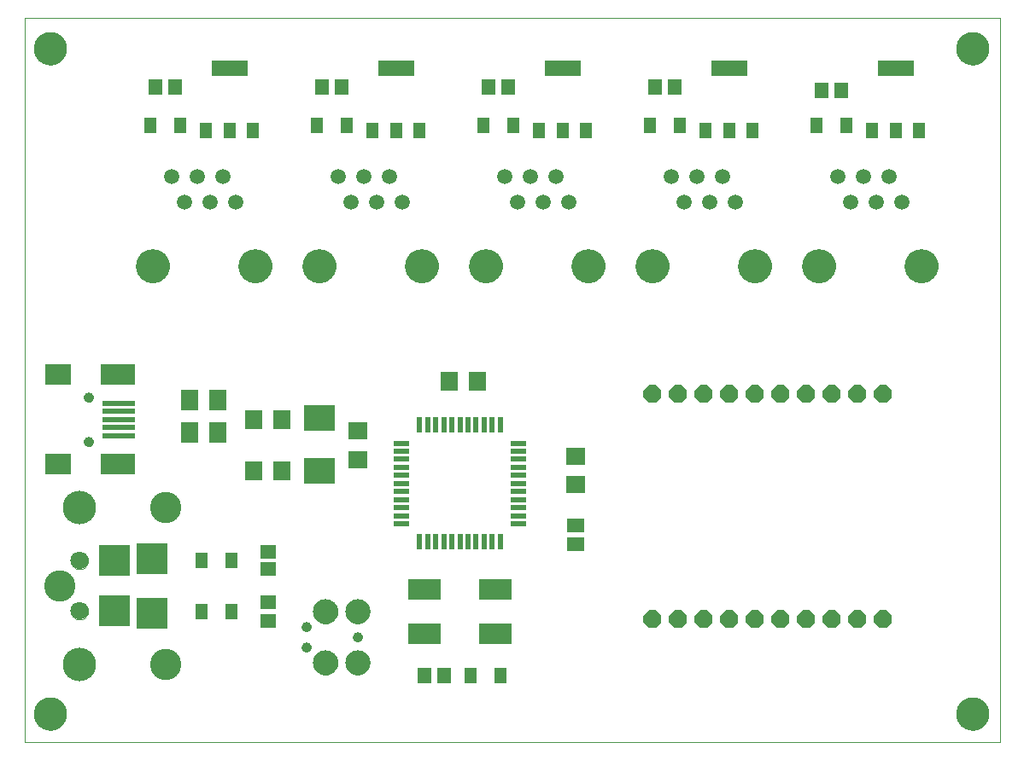
<source format=gts>
G75*
%MOIN*%
%OFA0B0*%
%FSLAX24Y24*%
%IPPOS*%
%LPD*%
%AMOC8*
5,1,8,0,0,1.08239X$1,22.5*
%
%ADD10C,0.0000*%
%ADD11C,0.1300*%
%ADD12C,0.0594*%
%ADD13C,0.1320*%
%ADD14R,0.0512X0.0591*%
%ADD15R,0.0552X0.0631*%
%ADD16C,0.1221*%
%ADD17C,0.1306*%
%ADD18R,0.1221X0.1221*%
%ADD19C,0.0709*%
%ADD20R,0.0631X0.0552*%
%ADD21R,0.0749X0.0670*%
%ADD22C,0.0390*%
%ADD23C,0.0975*%
%ADD24R,0.0237X0.0631*%
%ADD25R,0.0631X0.0237*%
%ADD26R,0.1290X0.0790*%
%ADD27R,0.0670X0.0749*%
%ADD28R,0.0750X0.0670*%
%ADD29R,0.0670X0.0552*%
%ADD30R,0.1221X0.1024*%
%ADD31R,0.1024X0.0827*%
%ADD32R,0.1339X0.0827*%
%ADD33R,0.1260X0.0237*%
%ADD34C,0.0394*%
%ADD35R,0.0670X0.0827*%
%ADD36OC8,0.0700*%
%ADD37R,0.1418X0.0591*%
D10*
X003100Y000100D02*
X003100Y028396D01*
X041170Y028396D01*
X041170Y000100D01*
X003100Y000100D01*
X003470Y001200D02*
X003472Y001250D01*
X003478Y001300D01*
X003488Y001349D01*
X003502Y001397D01*
X003519Y001444D01*
X003540Y001489D01*
X003565Y001533D01*
X003593Y001574D01*
X003625Y001613D01*
X003659Y001650D01*
X003696Y001684D01*
X003736Y001714D01*
X003778Y001741D01*
X003822Y001765D01*
X003868Y001786D01*
X003915Y001802D01*
X003963Y001815D01*
X004013Y001824D01*
X004062Y001829D01*
X004113Y001830D01*
X004163Y001827D01*
X004212Y001820D01*
X004261Y001809D01*
X004309Y001794D01*
X004355Y001776D01*
X004400Y001754D01*
X004443Y001728D01*
X004484Y001699D01*
X004523Y001667D01*
X004559Y001632D01*
X004591Y001594D01*
X004621Y001554D01*
X004648Y001511D01*
X004671Y001467D01*
X004690Y001421D01*
X004706Y001373D01*
X004718Y001324D01*
X004726Y001275D01*
X004730Y001225D01*
X004730Y001175D01*
X004726Y001125D01*
X004718Y001076D01*
X004706Y001027D01*
X004690Y000979D01*
X004671Y000933D01*
X004648Y000889D01*
X004621Y000846D01*
X004591Y000806D01*
X004559Y000768D01*
X004523Y000733D01*
X004484Y000701D01*
X004443Y000672D01*
X004400Y000646D01*
X004355Y000624D01*
X004309Y000606D01*
X004261Y000591D01*
X004212Y000580D01*
X004163Y000573D01*
X004113Y000570D01*
X004062Y000571D01*
X004013Y000576D01*
X003963Y000585D01*
X003915Y000598D01*
X003868Y000614D01*
X003822Y000635D01*
X003778Y000659D01*
X003736Y000686D01*
X003696Y000716D01*
X003659Y000750D01*
X003625Y000787D01*
X003593Y000826D01*
X003565Y000867D01*
X003540Y000911D01*
X003519Y000956D01*
X003502Y001003D01*
X003488Y001051D01*
X003478Y001100D01*
X003472Y001150D01*
X003470Y001200D01*
X004919Y005216D02*
X004921Y005252D01*
X004927Y005288D01*
X004937Y005323D01*
X004950Y005357D01*
X004967Y005389D01*
X004987Y005419D01*
X005011Y005446D01*
X005037Y005471D01*
X005066Y005493D01*
X005097Y005512D01*
X005130Y005527D01*
X005164Y005539D01*
X005200Y005547D01*
X005236Y005551D01*
X005272Y005551D01*
X005308Y005547D01*
X005344Y005539D01*
X005378Y005527D01*
X005411Y005512D01*
X005442Y005493D01*
X005471Y005471D01*
X005497Y005446D01*
X005521Y005419D01*
X005541Y005389D01*
X005558Y005357D01*
X005571Y005323D01*
X005581Y005288D01*
X005587Y005252D01*
X005589Y005216D01*
X005587Y005180D01*
X005581Y005144D01*
X005571Y005109D01*
X005558Y005075D01*
X005541Y005043D01*
X005521Y005013D01*
X005497Y004986D01*
X005471Y004961D01*
X005442Y004939D01*
X005411Y004920D01*
X005378Y004905D01*
X005344Y004893D01*
X005308Y004885D01*
X005272Y004881D01*
X005236Y004881D01*
X005200Y004885D01*
X005164Y004893D01*
X005130Y004905D01*
X005097Y004920D01*
X005066Y004939D01*
X005037Y004961D01*
X005011Y004986D01*
X004987Y005013D01*
X004967Y005043D01*
X004950Y005075D01*
X004937Y005109D01*
X004927Y005144D01*
X004921Y005180D01*
X004919Y005216D01*
X004919Y007184D02*
X004921Y007220D01*
X004927Y007256D01*
X004937Y007291D01*
X004950Y007325D01*
X004967Y007357D01*
X004987Y007387D01*
X005011Y007414D01*
X005037Y007439D01*
X005066Y007461D01*
X005097Y007480D01*
X005130Y007495D01*
X005164Y007507D01*
X005200Y007515D01*
X005236Y007519D01*
X005272Y007519D01*
X005308Y007515D01*
X005344Y007507D01*
X005378Y007495D01*
X005411Y007480D01*
X005442Y007461D01*
X005471Y007439D01*
X005497Y007414D01*
X005521Y007387D01*
X005541Y007357D01*
X005558Y007325D01*
X005571Y007291D01*
X005581Y007256D01*
X005587Y007220D01*
X005589Y007184D01*
X005587Y007148D01*
X005581Y007112D01*
X005571Y007077D01*
X005558Y007043D01*
X005541Y007011D01*
X005521Y006981D01*
X005497Y006954D01*
X005471Y006929D01*
X005442Y006907D01*
X005411Y006888D01*
X005378Y006873D01*
X005344Y006861D01*
X005308Y006853D01*
X005272Y006849D01*
X005236Y006849D01*
X005200Y006853D01*
X005164Y006861D01*
X005130Y006873D01*
X005097Y006888D01*
X005066Y006907D01*
X005037Y006929D01*
X005011Y006954D01*
X004987Y006981D01*
X004967Y007011D01*
X004950Y007043D01*
X004937Y007077D01*
X004927Y007112D01*
X004921Y007148D01*
X004919Y007184D01*
X005423Y011834D02*
X005425Y011860D01*
X005431Y011886D01*
X005441Y011911D01*
X005454Y011934D01*
X005470Y011954D01*
X005490Y011972D01*
X005512Y011987D01*
X005535Y011999D01*
X005561Y012007D01*
X005587Y012011D01*
X005613Y012011D01*
X005639Y012007D01*
X005665Y011999D01*
X005689Y011987D01*
X005710Y011972D01*
X005730Y011954D01*
X005746Y011934D01*
X005759Y011911D01*
X005769Y011886D01*
X005775Y011860D01*
X005777Y011834D01*
X005775Y011808D01*
X005769Y011782D01*
X005759Y011757D01*
X005746Y011734D01*
X005730Y011714D01*
X005710Y011696D01*
X005688Y011681D01*
X005665Y011669D01*
X005639Y011661D01*
X005613Y011657D01*
X005587Y011657D01*
X005561Y011661D01*
X005535Y011669D01*
X005511Y011681D01*
X005490Y011696D01*
X005470Y011714D01*
X005454Y011734D01*
X005441Y011757D01*
X005431Y011782D01*
X005425Y011808D01*
X005423Y011834D01*
X005423Y013566D02*
X005425Y013592D01*
X005431Y013618D01*
X005441Y013643D01*
X005454Y013666D01*
X005470Y013686D01*
X005490Y013704D01*
X005512Y013719D01*
X005535Y013731D01*
X005561Y013739D01*
X005587Y013743D01*
X005613Y013743D01*
X005639Y013739D01*
X005665Y013731D01*
X005689Y013719D01*
X005710Y013704D01*
X005730Y013686D01*
X005746Y013666D01*
X005759Y013643D01*
X005769Y013618D01*
X005775Y013592D01*
X005777Y013566D01*
X005775Y013540D01*
X005769Y013514D01*
X005759Y013489D01*
X005746Y013466D01*
X005730Y013446D01*
X005710Y013428D01*
X005688Y013413D01*
X005665Y013401D01*
X005639Y013393D01*
X005613Y013389D01*
X005587Y013389D01*
X005561Y013393D01*
X005535Y013401D01*
X005511Y013413D01*
X005490Y013428D01*
X005470Y013446D01*
X005454Y013466D01*
X005441Y013489D01*
X005431Y013514D01*
X005425Y013540D01*
X005423Y013566D01*
X007460Y018700D02*
X007462Y018750D01*
X007468Y018800D01*
X007478Y018849D01*
X007491Y018898D01*
X007509Y018945D01*
X007530Y018991D01*
X007554Y019034D01*
X007582Y019076D01*
X007613Y019116D01*
X007647Y019153D01*
X007684Y019187D01*
X007724Y019218D01*
X007766Y019246D01*
X007809Y019270D01*
X007855Y019291D01*
X007902Y019309D01*
X007951Y019322D01*
X008000Y019332D01*
X008050Y019338D01*
X008100Y019340D01*
X008150Y019338D01*
X008200Y019332D01*
X008249Y019322D01*
X008298Y019309D01*
X008345Y019291D01*
X008391Y019270D01*
X008434Y019246D01*
X008476Y019218D01*
X008516Y019187D01*
X008553Y019153D01*
X008587Y019116D01*
X008618Y019076D01*
X008646Y019034D01*
X008670Y018991D01*
X008691Y018945D01*
X008709Y018898D01*
X008722Y018849D01*
X008732Y018800D01*
X008738Y018750D01*
X008740Y018700D01*
X008738Y018650D01*
X008732Y018600D01*
X008722Y018551D01*
X008709Y018502D01*
X008691Y018455D01*
X008670Y018409D01*
X008646Y018366D01*
X008618Y018324D01*
X008587Y018284D01*
X008553Y018247D01*
X008516Y018213D01*
X008476Y018182D01*
X008434Y018154D01*
X008391Y018130D01*
X008345Y018109D01*
X008298Y018091D01*
X008249Y018078D01*
X008200Y018068D01*
X008150Y018062D01*
X008100Y018060D01*
X008050Y018062D01*
X008000Y018068D01*
X007951Y018078D01*
X007902Y018091D01*
X007855Y018109D01*
X007809Y018130D01*
X007766Y018154D01*
X007724Y018182D01*
X007684Y018213D01*
X007647Y018247D01*
X007613Y018284D01*
X007582Y018324D01*
X007554Y018366D01*
X007530Y018409D01*
X007509Y018455D01*
X007491Y018502D01*
X007478Y018551D01*
X007468Y018600D01*
X007462Y018650D01*
X007460Y018700D01*
X011460Y018700D02*
X011462Y018750D01*
X011468Y018800D01*
X011478Y018849D01*
X011491Y018898D01*
X011509Y018945D01*
X011530Y018991D01*
X011554Y019034D01*
X011582Y019076D01*
X011613Y019116D01*
X011647Y019153D01*
X011684Y019187D01*
X011724Y019218D01*
X011766Y019246D01*
X011809Y019270D01*
X011855Y019291D01*
X011902Y019309D01*
X011951Y019322D01*
X012000Y019332D01*
X012050Y019338D01*
X012100Y019340D01*
X012150Y019338D01*
X012200Y019332D01*
X012249Y019322D01*
X012298Y019309D01*
X012345Y019291D01*
X012391Y019270D01*
X012434Y019246D01*
X012476Y019218D01*
X012516Y019187D01*
X012553Y019153D01*
X012587Y019116D01*
X012618Y019076D01*
X012646Y019034D01*
X012670Y018991D01*
X012691Y018945D01*
X012709Y018898D01*
X012722Y018849D01*
X012732Y018800D01*
X012738Y018750D01*
X012740Y018700D01*
X012738Y018650D01*
X012732Y018600D01*
X012722Y018551D01*
X012709Y018502D01*
X012691Y018455D01*
X012670Y018409D01*
X012646Y018366D01*
X012618Y018324D01*
X012587Y018284D01*
X012553Y018247D01*
X012516Y018213D01*
X012476Y018182D01*
X012434Y018154D01*
X012391Y018130D01*
X012345Y018109D01*
X012298Y018091D01*
X012249Y018078D01*
X012200Y018068D01*
X012150Y018062D01*
X012100Y018060D01*
X012050Y018062D01*
X012000Y018068D01*
X011951Y018078D01*
X011902Y018091D01*
X011855Y018109D01*
X011809Y018130D01*
X011766Y018154D01*
X011724Y018182D01*
X011684Y018213D01*
X011647Y018247D01*
X011613Y018284D01*
X011582Y018324D01*
X011554Y018366D01*
X011530Y018409D01*
X011509Y018455D01*
X011491Y018502D01*
X011478Y018551D01*
X011468Y018600D01*
X011462Y018650D01*
X011460Y018700D01*
X013960Y018700D02*
X013962Y018750D01*
X013968Y018800D01*
X013978Y018849D01*
X013991Y018898D01*
X014009Y018945D01*
X014030Y018991D01*
X014054Y019034D01*
X014082Y019076D01*
X014113Y019116D01*
X014147Y019153D01*
X014184Y019187D01*
X014224Y019218D01*
X014266Y019246D01*
X014309Y019270D01*
X014355Y019291D01*
X014402Y019309D01*
X014451Y019322D01*
X014500Y019332D01*
X014550Y019338D01*
X014600Y019340D01*
X014650Y019338D01*
X014700Y019332D01*
X014749Y019322D01*
X014798Y019309D01*
X014845Y019291D01*
X014891Y019270D01*
X014934Y019246D01*
X014976Y019218D01*
X015016Y019187D01*
X015053Y019153D01*
X015087Y019116D01*
X015118Y019076D01*
X015146Y019034D01*
X015170Y018991D01*
X015191Y018945D01*
X015209Y018898D01*
X015222Y018849D01*
X015232Y018800D01*
X015238Y018750D01*
X015240Y018700D01*
X015238Y018650D01*
X015232Y018600D01*
X015222Y018551D01*
X015209Y018502D01*
X015191Y018455D01*
X015170Y018409D01*
X015146Y018366D01*
X015118Y018324D01*
X015087Y018284D01*
X015053Y018247D01*
X015016Y018213D01*
X014976Y018182D01*
X014934Y018154D01*
X014891Y018130D01*
X014845Y018109D01*
X014798Y018091D01*
X014749Y018078D01*
X014700Y018068D01*
X014650Y018062D01*
X014600Y018060D01*
X014550Y018062D01*
X014500Y018068D01*
X014451Y018078D01*
X014402Y018091D01*
X014355Y018109D01*
X014309Y018130D01*
X014266Y018154D01*
X014224Y018182D01*
X014184Y018213D01*
X014147Y018247D01*
X014113Y018284D01*
X014082Y018324D01*
X014054Y018366D01*
X014030Y018409D01*
X014009Y018455D01*
X013991Y018502D01*
X013978Y018551D01*
X013968Y018600D01*
X013962Y018650D01*
X013960Y018700D01*
X017960Y018700D02*
X017962Y018750D01*
X017968Y018800D01*
X017978Y018849D01*
X017991Y018898D01*
X018009Y018945D01*
X018030Y018991D01*
X018054Y019034D01*
X018082Y019076D01*
X018113Y019116D01*
X018147Y019153D01*
X018184Y019187D01*
X018224Y019218D01*
X018266Y019246D01*
X018309Y019270D01*
X018355Y019291D01*
X018402Y019309D01*
X018451Y019322D01*
X018500Y019332D01*
X018550Y019338D01*
X018600Y019340D01*
X018650Y019338D01*
X018700Y019332D01*
X018749Y019322D01*
X018798Y019309D01*
X018845Y019291D01*
X018891Y019270D01*
X018934Y019246D01*
X018976Y019218D01*
X019016Y019187D01*
X019053Y019153D01*
X019087Y019116D01*
X019118Y019076D01*
X019146Y019034D01*
X019170Y018991D01*
X019191Y018945D01*
X019209Y018898D01*
X019222Y018849D01*
X019232Y018800D01*
X019238Y018750D01*
X019240Y018700D01*
X019238Y018650D01*
X019232Y018600D01*
X019222Y018551D01*
X019209Y018502D01*
X019191Y018455D01*
X019170Y018409D01*
X019146Y018366D01*
X019118Y018324D01*
X019087Y018284D01*
X019053Y018247D01*
X019016Y018213D01*
X018976Y018182D01*
X018934Y018154D01*
X018891Y018130D01*
X018845Y018109D01*
X018798Y018091D01*
X018749Y018078D01*
X018700Y018068D01*
X018650Y018062D01*
X018600Y018060D01*
X018550Y018062D01*
X018500Y018068D01*
X018451Y018078D01*
X018402Y018091D01*
X018355Y018109D01*
X018309Y018130D01*
X018266Y018154D01*
X018224Y018182D01*
X018184Y018213D01*
X018147Y018247D01*
X018113Y018284D01*
X018082Y018324D01*
X018054Y018366D01*
X018030Y018409D01*
X018009Y018455D01*
X017991Y018502D01*
X017978Y018551D01*
X017968Y018600D01*
X017962Y018650D01*
X017960Y018700D01*
X020460Y018700D02*
X020462Y018750D01*
X020468Y018800D01*
X020478Y018849D01*
X020491Y018898D01*
X020509Y018945D01*
X020530Y018991D01*
X020554Y019034D01*
X020582Y019076D01*
X020613Y019116D01*
X020647Y019153D01*
X020684Y019187D01*
X020724Y019218D01*
X020766Y019246D01*
X020809Y019270D01*
X020855Y019291D01*
X020902Y019309D01*
X020951Y019322D01*
X021000Y019332D01*
X021050Y019338D01*
X021100Y019340D01*
X021150Y019338D01*
X021200Y019332D01*
X021249Y019322D01*
X021298Y019309D01*
X021345Y019291D01*
X021391Y019270D01*
X021434Y019246D01*
X021476Y019218D01*
X021516Y019187D01*
X021553Y019153D01*
X021587Y019116D01*
X021618Y019076D01*
X021646Y019034D01*
X021670Y018991D01*
X021691Y018945D01*
X021709Y018898D01*
X021722Y018849D01*
X021732Y018800D01*
X021738Y018750D01*
X021740Y018700D01*
X021738Y018650D01*
X021732Y018600D01*
X021722Y018551D01*
X021709Y018502D01*
X021691Y018455D01*
X021670Y018409D01*
X021646Y018366D01*
X021618Y018324D01*
X021587Y018284D01*
X021553Y018247D01*
X021516Y018213D01*
X021476Y018182D01*
X021434Y018154D01*
X021391Y018130D01*
X021345Y018109D01*
X021298Y018091D01*
X021249Y018078D01*
X021200Y018068D01*
X021150Y018062D01*
X021100Y018060D01*
X021050Y018062D01*
X021000Y018068D01*
X020951Y018078D01*
X020902Y018091D01*
X020855Y018109D01*
X020809Y018130D01*
X020766Y018154D01*
X020724Y018182D01*
X020684Y018213D01*
X020647Y018247D01*
X020613Y018284D01*
X020582Y018324D01*
X020554Y018366D01*
X020530Y018409D01*
X020509Y018455D01*
X020491Y018502D01*
X020478Y018551D01*
X020468Y018600D01*
X020462Y018650D01*
X020460Y018700D01*
X024460Y018700D02*
X024462Y018750D01*
X024468Y018800D01*
X024478Y018849D01*
X024491Y018898D01*
X024509Y018945D01*
X024530Y018991D01*
X024554Y019034D01*
X024582Y019076D01*
X024613Y019116D01*
X024647Y019153D01*
X024684Y019187D01*
X024724Y019218D01*
X024766Y019246D01*
X024809Y019270D01*
X024855Y019291D01*
X024902Y019309D01*
X024951Y019322D01*
X025000Y019332D01*
X025050Y019338D01*
X025100Y019340D01*
X025150Y019338D01*
X025200Y019332D01*
X025249Y019322D01*
X025298Y019309D01*
X025345Y019291D01*
X025391Y019270D01*
X025434Y019246D01*
X025476Y019218D01*
X025516Y019187D01*
X025553Y019153D01*
X025587Y019116D01*
X025618Y019076D01*
X025646Y019034D01*
X025670Y018991D01*
X025691Y018945D01*
X025709Y018898D01*
X025722Y018849D01*
X025732Y018800D01*
X025738Y018750D01*
X025740Y018700D01*
X025738Y018650D01*
X025732Y018600D01*
X025722Y018551D01*
X025709Y018502D01*
X025691Y018455D01*
X025670Y018409D01*
X025646Y018366D01*
X025618Y018324D01*
X025587Y018284D01*
X025553Y018247D01*
X025516Y018213D01*
X025476Y018182D01*
X025434Y018154D01*
X025391Y018130D01*
X025345Y018109D01*
X025298Y018091D01*
X025249Y018078D01*
X025200Y018068D01*
X025150Y018062D01*
X025100Y018060D01*
X025050Y018062D01*
X025000Y018068D01*
X024951Y018078D01*
X024902Y018091D01*
X024855Y018109D01*
X024809Y018130D01*
X024766Y018154D01*
X024724Y018182D01*
X024684Y018213D01*
X024647Y018247D01*
X024613Y018284D01*
X024582Y018324D01*
X024554Y018366D01*
X024530Y018409D01*
X024509Y018455D01*
X024491Y018502D01*
X024478Y018551D01*
X024468Y018600D01*
X024462Y018650D01*
X024460Y018700D01*
X026960Y018700D02*
X026962Y018750D01*
X026968Y018800D01*
X026978Y018849D01*
X026991Y018898D01*
X027009Y018945D01*
X027030Y018991D01*
X027054Y019034D01*
X027082Y019076D01*
X027113Y019116D01*
X027147Y019153D01*
X027184Y019187D01*
X027224Y019218D01*
X027266Y019246D01*
X027309Y019270D01*
X027355Y019291D01*
X027402Y019309D01*
X027451Y019322D01*
X027500Y019332D01*
X027550Y019338D01*
X027600Y019340D01*
X027650Y019338D01*
X027700Y019332D01*
X027749Y019322D01*
X027798Y019309D01*
X027845Y019291D01*
X027891Y019270D01*
X027934Y019246D01*
X027976Y019218D01*
X028016Y019187D01*
X028053Y019153D01*
X028087Y019116D01*
X028118Y019076D01*
X028146Y019034D01*
X028170Y018991D01*
X028191Y018945D01*
X028209Y018898D01*
X028222Y018849D01*
X028232Y018800D01*
X028238Y018750D01*
X028240Y018700D01*
X028238Y018650D01*
X028232Y018600D01*
X028222Y018551D01*
X028209Y018502D01*
X028191Y018455D01*
X028170Y018409D01*
X028146Y018366D01*
X028118Y018324D01*
X028087Y018284D01*
X028053Y018247D01*
X028016Y018213D01*
X027976Y018182D01*
X027934Y018154D01*
X027891Y018130D01*
X027845Y018109D01*
X027798Y018091D01*
X027749Y018078D01*
X027700Y018068D01*
X027650Y018062D01*
X027600Y018060D01*
X027550Y018062D01*
X027500Y018068D01*
X027451Y018078D01*
X027402Y018091D01*
X027355Y018109D01*
X027309Y018130D01*
X027266Y018154D01*
X027224Y018182D01*
X027184Y018213D01*
X027147Y018247D01*
X027113Y018284D01*
X027082Y018324D01*
X027054Y018366D01*
X027030Y018409D01*
X027009Y018455D01*
X026991Y018502D01*
X026978Y018551D01*
X026968Y018600D01*
X026962Y018650D01*
X026960Y018700D01*
X030960Y018700D02*
X030962Y018750D01*
X030968Y018800D01*
X030978Y018849D01*
X030991Y018898D01*
X031009Y018945D01*
X031030Y018991D01*
X031054Y019034D01*
X031082Y019076D01*
X031113Y019116D01*
X031147Y019153D01*
X031184Y019187D01*
X031224Y019218D01*
X031266Y019246D01*
X031309Y019270D01*
X031355Y019291D01*
X031402Y019309D01*
X031451Y019322D01*
X031500Y019332D01*
X031550Y019338D01*
X031600Y019340D01*
X031650Y019338D01*
X031700Y019332D01*
X031749Y019322D01*
X031798Y019309D01*
X031845Y019291D01*
X031891Y019270D01*
X031934Y019246D01*
X031976Y019218D01*
X032016Y019187D01*
X032053Y019153D01*
X032087Y019116D01*
X032118Y019076D01*
X032146Y019034D01*
X032170Y018991D01*
X032191Y018945D01*
X032209Y018898D01*
X032222Y018849D01*
X032232Y018800D01*
X032238Y018750D01*
X032240Y018700D01*
X032238Y018650D01*
X032232Y018600D01*
X032222Y018551D01*
X032209Y018502D01*
X032191Y018455D01*
X032170Y018409D01*
X032146Y018366D01*
X032118Y018324D01*
X032087Y018284D01*
X032053Y018247D01*
X032016Y018213D01*
X031976Y018182D01*
X031934Y018154D01*
X031891Y018130D01*
X031845Y018109D01*
X031798Y018091D01*
X031749Y018078D01*
X031700Y018068D01*
X031650Y018062D01*
X031600Y018060D01*
X031550Y018062D01*
X031500Y018068D01*
X031451Y018078D01*
X031402Y018091D01*
X031355Y018109D01*
X031309Y018130D01*
X031266Y018154D01*
X031224Y018182D01*
X031184Y018213D01*
X031147Y018247D01*
X031113Y018284D01*
X031082Y018324D01*
X031054Y018366D01*
X031030Y018409D01*
X031009Y018455D01*
X030991Y018502D01*
X030978Y018551D01*
X030968Y018600D01*
X030962Y018650D01*
X030960Y018700D01*
X033460Y018700D02*
X033462Y018750D01*
X033468Y018800D01*
X033478Y018849D01*
X033491Y018898D01*
X033509Y018945D01*
X033530Y018991D01*
X033554Y019034D01*
X033582Y019076D01*
X033613Y019116D01*
X033647Y019153D01*
X033684Y019187D01*
X033724Y019218D01*
X033766Y019246D01*
X033809Y019270D01*
X033855Y019291D01*
X033902Y019309D01*
X033951Y019322D01*
X034000Y019332D01*
X034050Y019338D01*
X034100Y019340D01*
X034150Y019338D01*
X034200Y019332D01*
X034249Y019322D01*
X034298Y019309D01*
X034345Y019291D01*
X034391Y019270D01*
X034434Y019246D01*
X034476Y019218D01*
X034516Y019187D01*
X034553Y019153D01*
X034587Y019116D01*
X034618Y019076D01*
X034646Y019034D01*
X034670Y018991D01*
X034691Y018945D01*
X034709Y018898D01*
X034722Y018849D01*
X034732Y018800D01*
X034738Y018750D01*
X034740Y018700D01*
X034738Y018650D01*
X034732Y018600D01*
X034722Y018551D01*
X034709Y018502D01*
X034691Y018455D01*
X034670Y018409D01*
X034646Y018366D01*
X034618Y018324D01*
X034587Y018284D01*
X034553Y018247D01*
X034516Y018213D01*
X034476Y018182D01*
X034434Y018154D01*
X034391Y018130D01*
X034345Y018109D01*
X034298Y018091D01*
X034249Y018078D01*
X034200Y018068D01*
X034150Y018062D01*
X034100Y018060D01*
X034050Y018062D01*
X034000Y018068D01*
X033951Y018078D01*
X033902Y018091D01*
X033855Y018109D01*
X033809Y018130D01*
X033766Y018154D01*
X033724Y018182D01*
X033684Y018213D01*
X033647Y018247D01*
X033613Y018284D01*
X033582Y018324D01*
X033554Y018366D01*
X033530Y018409D01*
X033509Y018455D01*
X033491Y018502D01*
X033478Y018551D01*
X033468Y018600D01*
X033462Y018650D01*
X033460Y018700D01*
X037460Y018700D02*
X037462Y018750D01*
X037468Y018800D01*
X037478Y018849D01*
X037491Y018898D01*
X037509Y018945D01*
X037530Y018991D01*
X037554Y019034D01*
X037582Y019076D01*
X037613Y019116D01*
X037647Y019153D01*
X037684Y019187D01*
X037724Y019218D01*
X037766Y019246D01*
X037809Y019270D01*
X037855Y019291D01*
X037902Y019309D01*
X037951Y019322D01*
X038000Y019332D01*
X038050Y019338D01*
X038100Y019340D01*
X038150Y019338D01*
X038200Y019332D01*
X038249Y019322D01*
X038298Y019309D01*
X038345Y019291D01*
X038391Y019270D01*
X038434Y019246D01*
X038476Y019218D01*
X038516Y019187D01*
X038553Y019153D01*
X038587Y019116D01*
X038618Y019076D01*
X038646Y019034D01*
X038670Y018991D01*
X038691Y018945D01*
X038709Y018898D01*
X038722Y018849D01*
X038732Y018800D01*
X038738Y018750D01*
X038740Y018700D01*
X038738Y018650D01*
X038732Y018600D01*
X038722Y018551D01*
X038709Y018502D01*
X038691Y018455D01*
X038670Y018409D01*
X038646Y018366D01*
X038618Y018324D01*
X038587Y018284D01*
X038553Y018247D01*
X038516Y018213D01*
X038476Y018182D01*
X038434Y018154D01*
X038391Y018130D01*
X038345Y018109D01*
X038298Y018091D01*
X038249Y018078D01*
X038200Y018068D01*
X038150Y018062D01*
X038100Y018060D01*
X038050Y018062D01*
X038000Y018068D01*
X037951Y018078D01*
X037902Y018091D01*
X037855Y018109D01*
X037809Y018130D01*
X037766Y018154D01*
X037724Y018182D01*
X037684Y018213D01*
X037647Y018247D01*
X037613Y018284D01*
X037582Y018324D01*
X037554Y018366D01*
X037530Y018409D01*
X037509Y018455D01*
X037491Y018502D01*
X037478Y018551D01*
X037468Y018600D01*
X037462Y018650D01*
X037460Y018700D01*
X039470Y027200D02*
X039472Y027250D01*
X039478Y027300D01*
X039488Y027349D01*
X039502Y027397D01*
X039519Y027444D01*
X039540Y027489D01*
X039565Y027533D01*
X039593Y027574D01*
X039625Y027613D01*
X039659Y027650D01*
X039696Y027684D01*
X039736Y027714D01*
X039778Y027741D01*
X039822Y027765D01*
X039868Y027786D01*
X039915Y027802D01*
X039963Y027815D01*
X040013Y027824D01*
X040062Y027829D01*
X040113Y027830D01*
X040163Y027827D01*
X040212Y027820D01*
X040261Y027809D01*
X040309Y027794D01*
X040355Y027776D01*
X040400Y027754D01*
X040443Y027728D01*
X040484Y027699D01*
X040523Y027667D01*
X040559Y027632D01*
X040591Y027594D01*
X040621Y027554D01*
X040648Y027511D01*
X040671Y027467D01*
X040690Y027421D01*
X040706Y027373D01*
X040718Y027324D01*
X040726Y027275D01*
X040730Y027225D01*
X040730Y027175D01*
X040726Y027125D01*
X040718Y027076D01*
X040706Y027027D01*
X040690Y026979D01*
X040671Y026933D01*
X040648Y026889D01*
X040621Y026846D01*
X040591Y026806D01*
X040559Y026768D01*
X040523Y026733D01*
X040484Y026701D01*
X040443Y026672D01*
X040400Y026646D01*
X040355Y026624D01*
X040309Y026606D01*
X040261Y026591D01*
X040212Y026580D01*
X040163Y026573D01*
X040113Y026570D01*
X040062Y026571D01*
X040013Y026576D01*
X039963Y026585D01*
X039915Y026598D01*
X039868Y026614D01*
X039822Y026635D01*
X039778Y026659D01*
X039736Y026686D01*
X039696Y026716D01*
X039659Y026750D01*
X039625Y026787D01*
X039593Y026826D01*
X039565Y026867D01*
X039540Y026911D01*
X039519Y026956D01*
X039502Y027003D01*
X039488Y027051D01*
X039478Y027100D01*
X039472Y027150D01*
X039470Y027200D01*
X015633Y005200D02*
X015635Y005243D01*
X015641Y005286D01*
X015651Y005328D01*
X015665Y005369D01*
X015682Y005408D01*
X015703Y005446D01*
X015727Y005481D01*
X015755Y005515D01*
X015785Y005545D01*
X015819Y005573D01*
X015854Y005597D01*
X015892Y005618D01*
X015931Y005635D01*
X015972Y005649D01*
X016014Y005659D01*
X016057Y005665D01*
X016100Y005667D01*
X016143Y005665D01*
X016186Y005659D01*
X016228Y005649D01*
X016269Y005635D01*
X016308Y005618D01*
X016346Y005597D01*
X016381Y005573D01*
X016415Y005545D01*
X016445Y005515D01*
X016473Y005481D01*
X016497Y005446D01*
X016518Y005408D01*
X016535Y005369D01*
X016549Y005328D01*
X016559Y005286D01*
X016565Y005243D01*
X016567Y005200D01*
X016565Y005157D01*
X016559Y005114D01*
X016549Y005072D01*
X016535Y005031D01*
X016518Y004992D01*
X016497Y004954D01*
X016473Y004919D01*
X016445Y004885D01*
X016415Y004855D01*
X016381Y004827D01*
X016346Y004803D01*
X016308Y004782D01*
X016269Y004765D01*
X016228Y004751D01*
X016186Y004741D01*
X016143Y004735D01*
X016100Y004733D01*
X016057Y004735D01*
X016014Y004741D01*
X015972Y004751D01*
X015931Y004765D01*
X015892Y004782D01*
X015854Y004803D01*
X015819Y004827D01*
X015785Y004855D01*
X015755Y004885D01*
X015727Y004919D01*
X015703Y004954D01*
X015682Y004992D01*
X015665Y005031D01*
X015651Y005072D01*
X015641Y005114D01*
X015635Y005157D01*
X015633Y005200D01*
X014383Y005200D02*
X014385Y005243D01*
X014391Y005286D01*
X014401Y005328D01*
X014415Y005369D01*
X014432Y005408D01*
X014453Y005446D01*
X014477Y005481D01*
X014505Y005515D01*
X014535Y005545D01*
X014569Y005573D01*
X014604Y005597D01*
X014642Y005618D01*
X014681Y005635D01*
X014722Y005649D01*
X014764Y005659D01*
X014807Y005665D01*
X014850Y005667D01*
X014893Y005665D01*
X014936Y005659D01*
X014978Y005649D01*
X015019Y005635D01*
X015058Y005618D01*
X015096Y005597D01*
X015131Y005573D01*
X015165Y005545D01*
X015195Y005515D01*
X015223Y005481D01*
X015247Y005446D01*
X015268Y005408D01*
X015285Y005369D01*
X015299Y005328D01*
X015309Y005286D01*
X015315Y005243D01*
X015317Y005200D01*
X015315Y005157D01*
X015309Y005114D01*
X015299Y005072D01*
X015285Y005031D01*
X015268Y004992D01*
X015247Y004954D01*
X015223Y004919D01*
X015195Y004885D01*
X015165Y004855D01*
X015131Y004827D01*
X015096Y004803D01*
X015058Y004782D01*
X015019Y004765D01*
X014978Y004751D01*
X014936Y004741D01*
X014893Y004735D01*
X014850Y004733D01*
X014807Y004735D01*
X014764Y004741D01*
X014722Y004751D01*
X014681Y004765D01*
X014642Y004782D01*
X014604Y004803D01*
X014569Y004827D01*
X014535Y004855D01*
X014505Y004885D01*
X014477Y004919D01*
X014453Y004954D01*
X014432Y004992D01*
X014415Y005031D01*
X014401Y005072D01*
X014391Y005114D01*
X014385Y005157D01*
X014383Y005200D01*
X013925Y004600D02*
X013927Y004626D01*
X013933Y004652D01*
X013942Y004676D01*
X013955Y004699D01*
X013972Y004719D01*
X013991Y004737D01*
X014013Y004752D01*
X014036Y004763D01*
X014061Y004771D01*
X014087Y004775D01*
X014113Y004775D01*
X014139Y004771D01*
X014164Y004763D01*
X014188Y004752D01*
X014209Y004737D01*
X014228Y004719D01*
X014245Y004699D01*
X014258Y004676D01*
X014267Y004652D01*
X014273Y004626D01*
X014275Y004600D01*
X014273Y004574D01*
X014267Y004548D01*
X014258Y004524D01*
X014245Y004501D01*
X014228Y004481D01*
X014209Y004463D01*
X014187Y004448D01*
X014164Y004437D01*
X014139Y004429D01*
X014113Y004425D01*
X014087Y004425D01*
X014061Y004429D01*
X014036Y004437D01*
X014012Y004448D01*
X013991Y004463D01*
X013972Y004481D01*
X013955Y004501D01*
X013942Y004524D01*
X013933Y004548D01*
X013927Y004574D01*
X013925Y004600D01*
X013925Y003800D02*
X013927Y003826D01*
X013933Y003852D01*
X013942Y003876D01*
X013955Y003899D01*
X013972Y003919D01*
X013991Y003937D01*
X014013Y003952D01*
X014036Y003963D01*
X014061Y003971D01*
X014087Y003975D01*
X014113Y003975D01*
X014139Y003971D01*
X014164Y003963D01*
X014188Y003952D01*
X014209Y003937D01*
X014228Y003919D01*
X014245Y003899D01*
X014258Y003876D01*
X014267Y003852D01*
X014273Y003826D01*
X014275Y003800D01*
X014273Y003774D01*
X014267Y003748D01*
X014258Y003724D01*
X014245Y003701D01*
X014228Y003681D01*
X014209Y003663D01*
X014187Y003648D01*
X014164Y003637D01*
X014139Y003629D01*
X014113Y003625D01*
X014087Y003625D01*
X014061Y003629D01*
X014036Y003637D01*
X014012Y003648D01*
X013991Y003663D01*
X013972Y003681D01*
X013955Y003701D01*
X013942Y003724D01*
X013933Y003748D01*
X013927Y003774D01*
X013925Y003800D01*
X014383Y003200D02*
X014385Y003243D01*
X014391Y003286D01*
X014401Y003328D01*
X014415Y003369D01*
X014432Y003408D01*
X014453Y003446D01*
X014477Y003481D01*
X014505Y003515D01*
X014535Y003545D01*
X014569Y003573D01*
X014604Y003597D01*
X014642Y003618D01*
X014681Y003635D01*
X014722Y003649D01*
X014764Y003659D01*
X014807Y003665D01*
X014850Y003667D01*
X014893Y003665D01*
X014936Y003659D01*
X014978Y003649D01*
X015019Y003635D01*
X015058Y003618D01*
X015096Y003597D01*
X015131Y003573D01*
X015165Y003545D01*
X015195Y003515D01*
X015223Y003481D01*
X015247Y003446D01*
X015268Y003408D01*
X015285Y003369D01*
X015299Y003328D01*
X015309Y003286D01*
X015315Y003243D01*
X015317Y003200D01*
X015315Y003157D01*
X015309Y003114D01*
X015299Y003072D01*
X015285Y003031D01*
X015268Y002992D01*
X015247Y002954D01*
X015223Y002919D01*
X015195Y002885D01*
X015165Y002855D01*
X015131Y002827D01*
X015096Y002803D01*
X015058Y002782D01*
X015019Y002765D01*
X014978Y002751D01*
X014936Y002741D01*
X014893Y002735D01*
X014850Y002733D01*
X014807Y002735D01*
X014764Y002741D01*
X014722Y002751D01*
X014681Y002765D01*
X014642Y002782D01*
X014604Y002803D01*
X014569Y002827D01*
X014535Y002855D01*
X014505Y002885D01*
X014477Y002919D01*
X014453Y002954D01*
X014432Y002992D01*
X014415Y003031D01*
X014401Y003072D01*
X014391Y003114D01*
X014385Y003157D01*
X014383Y003200D01*
X015633Y003200D02*
X015635Y003243D01*
X015641Y003286D01*
X015651Y003328D01*
X015665Y003369D01*
X015682Y003408D01*
X015703Y003446D01*
X015727Y003481D01*
X015755Y003515D01*
X015785Y003545D01*
X015819Y003573D01*
X015854Y003597D01*
X015892Y003618D01*
X015931Y003635D01*
X015972Y003649D01*
X016014Y003659D01*
X016057Y003665D01*
X016100Y003667D01*
X016143Y003665D01*
X016186Y003659D01*
X016228Y003649D01*
X016269Y003635D01*
X016308Y003618D01*
X016346Y003597D01*
X016381Y003573D01*
X016415Y003545D01*
X016445Y003515D01*
X016473Y003481D01*
X016497Y003446D01*
X016518Y003408D01*
X016535Y003369D01*
X016549Y003328D01*
X016559Y003286D01*
X016565Y003243D01*
X016567Y003200D01*
X016565Y003157D01*
X016559Y003114D01*
X016549Y003072D01*
X016535Y003031D01*
X016518Y002992D01*
X016497Y002954D01*
X016473Y002919D01*
X016445Y002885D01*
X016415Y002855D01*
X016381Y002827D01*
X016346Y002803D01*
X016308Y002782D01*
X016269Y002765D01*
X016228Y002751D01*
X016186Y002741D01*
X016143Y002735D01*
X016100Y002733D01*
X016057Y002735D01*
X016014Y002741D01*
X015972Y002751D01*
X015931Y002765D01*
X015892Y002782D01*
X015854Y002803D01*
X015819Y002827D01*
X015785Y002855D01*
X015755Y002885D01*
X015727Y002919D01*
X015703Y002954D01*
X015682Y002992D01*
X015665Y003031D01*
X015651Y003072D01*
X015641Y003114D01*
X015635Y003157D01*
X015633Y003200D01*
X015925Y004200D02*
X015927Y004226D01*
X015933Y004252D01*
X015942Y004276D01*
X015955Y004299D01*
X015972Y004319D01*
X015991Y004337D01*
X016013Y004352D01*
X016036Y004363D01*
X016061Y004371D01*
X016087Y004375D01*
X016113Y004375D01*
X016139Y004371D01*
X016164Y004363D01*
X016188Y004352D01*
X016209Y004337D01*
X016228Y004319D01*
X016245Y004299D01*
X016258Y004276D01*
X016267Y004252D01*
X016273Y004226D01*
X016275Y004200D01*
X016273Y004174D01*
X016267Y004148D01*
X016258Y004124D01*
X016245Y004101D01*
X016228Y004081D01*
X016209Y004063D01*
X016187Y004048D01*
X016164Y004037D01*
X016139Y004029D01*
X016113Y004025D01*
X016087Y004025D01*
X016061Y004029D01*
X016036Y004037D01*
X016012Y004048D01*
X015991Y004063D01*
X015972Y004081D01*
X015955Y004101D01*
X015942Y004124D01*
X015933Y004148D01*
X015927Y004174D01*
X015925Y004200D01*
X039470Y001200D02*
X039472Y001250D01*
X039478Y001300D01*
X039488Y001349D01*
X039502Y001397D01*
X039519Y001444D01*
X039540Y001489D01*
X039565Y001533D01*
X039593Y001574D01*
X039625Y001613D01*
X039659Y001650D01*
X039696Y001684D01*
X039736Y001714D01*
X039778Y001741D01*
X039822Y001765D01*
X039868Y001786D01*
X039915Y001802D01*
X039963Y001815D01*
X040013Y001824D01*
X040062Y001829D01*
X040113Y001830D01*
X040163Y001827D01*
X040212Y001820D01*
X040261Y001809D01*
X040309Y001794D01*
X040355Y001776D01*
X040400Y001754D01*
X040443Y001728D01*
X040484Y001699D01*
X040523Y001667D01*
X040559Y001632D01*
X040591Y001594D01*
X040621Y001554D01*
X040648Y001511D01*
X040671Y001467D01*
X040690Y001421D01*
X040706Y001373D01*
X040718Y001324D01*
X040726Y001275D01*
X040730Y001225D01*
X040730Y001175D01*
X040726Y001125D01*
X040718Y001076D01*
X040706Y001027D01*
X040690Y000979D01*
X040671Y000933D01*
X040648Y000889D01*
X040621Y000846D01*
X040591Y000806D01*
X040559Y000768D01*
X040523Y000733D01*
X040484Y000701D01*
X040443Y000672D01*
X040400Y000646D01*
X040355Y000624D01*
X040309Y000606D01*
X040261Y000591D01*
X040212Y000580D01*
X040163Y000573D01*
X040113Y000570D01*
X040062Y000571D01*
X040013Y000576D01*
X039963Y000585D01*
X039915Y000598D01*
X039868Y000614D01*
X039822Y000635D01*
X039778Y000659D01*
X039736Y000686D01*
X039696Y000716D01*
X039659Y000750D01*
X039625Y000787D01*
X039593Y000826D01*
X039565Y000867D01*
X039540Y000911D01*
X039519Y000956D01*
X039502Y001003D01*
X039488Y001051D01*
X039478Y001100D01*
X039472Y001150D01*
X039470Y001200D01*
X003470Y027200D02*
X003472Y027250D01*
X003478Y027300D01*
X003488Y027349D01*
X003502Y027397D01*
X003519Y027444D01*
X003540Y027489D01*
X003565Y027533D01*
X003593Y027574D01*
X003625Y027613D01*
X003659Y027650D01*
X003696Y027684D01*
X003736Y027714D01*
X003778Y027741D01*
X003822Y027765D01*
X003868Y027786D01*
X003915Y027802D01*
X003963Y027815D01*
X004013Y027824D01*
X004062Y027829D01*
X004113Y027830D01*
X004163Y027827D01*
X004212Y027820D01*
X004261Y027809D01*
X004309Y027794D01*
X004355Y027776D01*
X004400Y027754D01*
X004443Y027728D01*
X004484Y027699D01*
X004523Y027667D01*
X004559Y027632D01*
X004591Y027594D01*
X004621Y027554D01*
X004648Y027511D01*
X004671Y027467D01*
X004690Y027421D01*
X004706Y027373D01*
X004718Y027324D01*
X004726Y027275D01*
X004730Y027225D01*
X004730Y027175D01*
X004726Y027125D01*
X004718Y027076D01*
X004706Y027027D01*
X004690Y026979D01*
X004671Y026933D01*
X004648Y026889D01*
X004621Y026846D01*
X004591Y026806D01*
X004559Y026768D01*
X004523Y026733D01*
X004484Y026701D01*
X004443Y026672D01*
X004400Y026646D01*
X004355Y026624D01*
X004309Y026606D01*
X004261Y026591D01*
X004212Y026580D01*
X004163Y026573D01*
X004113Y026570D01*
X004062Y026571D01*
X004013Y026576D01*
X003963Y026585D01*
X003915Y026598D01*
X003868Y026614D01*
X003822Y026635D01*
X003778Y026659D01*
X003736Y026686D01*
X003696Y026716D01*
X003659Y026750D01*
X003625Y026787D01*
X003593Y026826D01*
X003565Y026867D01*
X003540Y026911D01*
X003519Y026956D01*
X003502Y027003D01*
X003488Y027051D01*
X003478Y027100D01*
X003472Y027150D01*
X003470Y027200D01*
D11*
X004100Y027200D03*
X040100Y027200D03*
X040100Y001200D03*
X004100Y001200D03*
D12*
X009350Y021200D03*
X010350Y021200D03*
X011350Y021200D03*
X010850Y022200D03*
X009850Y022200D03*
X008850Y022200D03*
X015350Y022200D03*
X016350Y022200D03*
X017350Y022200D03*
X016850Y021200D03*
X015850Y021200D03*
X017850Y021200D03*
X021850Y022200D03*
X022850Y022200D03*
X023850Y022200D03*
X023350Y021200D03*
X022350Y021200D03*
X024350Y021200D03*
X028350Y022200D03*
X029350Y022200D03*
X030350Y022200D03*
X029850Y021200D03*
X028850Y021200D03*
X030850Y021200D03*
X034850Y022200D03*
X035850Y022200D03*
X036850Y022200D03*
X036350Y021200D03*
X035350Y021200D03*
X037350Y021200D03*
D13*
X038100Y018700D03*
X034100Y018700D03*
X031600Y018700D03*
X027600Y018700D03*
X025100Y018700D03*
X021100Y018700D03*
X018600Y018700D03*
X014600Y018700D03*
X012100Y018700D03*
X008100Y018700D03*
D14*
X008009Y024200D03*
X009191Y024200D03*
X010190Y023980D03*
X011100Y023980D03*
X012010Y023980D03*
X014509Y024200D03*
X015691Y024200D03*
X016690Y023980D03*
X017600Y023980D03*
X018510Y023980D03*
X021009Y024200D03*
X022191Y024200D03*
X023190Y023980D03*
X024100Y023980D03*
X025010Y023980D03*
X027509Y024200D03*
X028691Y024200D03*
X029690Y023980D03*
X030600Y023980D03*
X031510Y023980D03*
X034009Y024200D03*
X035191Y024200D03*
X036190Y023980D03*
X037100Y023980D03*
X038010Y023980D03*
X011191Y007200D03*
X010009Y007200D03*
X010009Y005200D03*
X011191Y005200D03*
X020509Y002700D03*
X021691Y002700D03*
D15*
X019474Y002700D03*
X018726Y002700D03*
X034226Y025575D03*
X034974Y025575D03*
X028474Y025700D03*
X027726Y025700D03*
X021974Y025700D03*
X021226Y025700D03*
X015474Y025700D03*
X014726Y025700D03*
X008974Y025700D03*
X008226Y025700D03*
D16*
X008600Y009271D03*
X004466Y006200D03*
X008600Y003129D03*
D17*
X005254Y003129D03*
X005254Y009271D03*
D18*
X008069Y007263D03*
X006631Y007184D03*
X006631Y005216D03*
X008069Y005137D03*
D19*
X005254Y005216D03*
X005254Y007184D03*
D20*
X012600Y006865D03*
X012600Y007535D03*
X012600Y005574D03*
X012600Y004826D03*
D21*
X024600Y010149D03*
X024600Y011251D03*
D22*
X016100Y004200D03*
X014100Y003800D03*
X014100Y004600D03*
D23*
X014850Y005200D03*
X016100Y005200D03*
X016100Y003200D03*
X014850Y003200D03*
D24*
X018525Y007917D03*
X018840Y007917D03*
X019155Y007917D03*
X019470Y007917D03*
X019785Y007917D03*
X020100Y007917D03*
X020415Y007917D03*
X020730Y007917D03*
X021045Y007917D03*
X021360Y007917D03*
X021675Y007917D03*
X021675Y012483D03*
X021360Y012483D03*
X021045Y012483D03*
X020730Y012483D03*
X020415Y012483D03*
X020100Y012483D03*
X019785Y012483D03*
X019470Y012483D03*
X019155Y012483D03*
X018840Y012483D03*
X018525Y012483D03*
D25*
X017817Y011775D03*
X017817Y011460D03*
X017817Y011145D03*
X017817Y010830D03*
X017817Y010515D03*
X017817Y010200D03*
X017817Y009885D03*
X017817Y009570D03*
X017817Y009255D03*
X017817Y008940D03*
X017817Y008625D03*
X022383Y008625D03*
X022383Y008940D03*
X022383Y009255D03*
X022383Y009570D03*
X022383Y009885D03*
X022383Y010200D03*
X022383Y010515D03*
X022383Y010830D03*
X022383Y011145D03*
X022383Y011460D03*
X022383Y011775D03*
D26*
X021475Y006075D03*
X021475Y004325D03*
X018725Y004325D03*
X018725Y006075D03*
D27*
X013151Y010700D03*
X012049Y010700D03*
X012049Y012700D03*
X013151Y012700D03*
X019674Y014200D03*
X020776Y014200D03*
D28*
X016100Y012260D03*
X016100Y011140D03*
D29*
X024600Y008574D03*
X024600Y007826D03*
D30*
X014600Y010690D03*
X014600Y012749D03*
D31*
X004419Y014452D03*
X004419Y010948D03*
D32*
X006742Y010948D03*
X006742Y014452D03*
D33*
X006781Y013330D03*
X006781Y013015D03*
X006781Y012700D03*
X006781Y012385D03*
X006781Y012070D03*
D34*
X005600Y011834D03*
X005600Y013566D03*
D35*
X009549Y013450D03*
X010651Y013450D03*
X010651Y012200D03*
X009549Y012200D03*
D36*
X027600Y013694D03*
X028600Y013694D03*
X029600Y013694D03*
X030600Y013694D03*
X031600Y013694D03*
X032600Y013694D03*
X033600Y013694D03*
X034600Y013694D03*
X035600Y013694D03*
X036600Y013694D03*
X036600Y004899D03*
X035600Y004899D03*
X034600Y004899D03*
X033600Y004899D03*
X032600Y004899D03*
X031600Y004899D03*
X030600Y004899D03*
X029600Y004899D03*
X028600Y004899D03*
X027600Y004899D03*
D37*
X030600Y026420D03*
X024100Y026420D03*
X017600Y026420D03*
X011100Y026420D03*
X037100Y026420D03*
M02*

</source>
